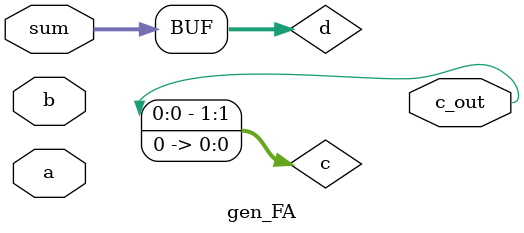
<source format=v>
`timescale 1ns / 1ps


module gen_FA(c_out, sum, a, b);

    parameter               size = 0;		
    
    input [size-1:0]		a, b, sum;
    output	                c_out; //declare outputs c_out and sum, 1 bit each
    
    wire [size-1:0]          c; // wire for c_in/out
    wire [size-1:0]        d; // wire for sum
        
    genvar i;
    generate
    for (i=0; i<size; i=i+1) begin: FA_gen
        FA_str addyWaddy(c[i+1], d[i], a[i], b[i], c[i]);
        end
    endgenerate
    
    assign sum = d;
    assign c_out = c[size-1];
    assign c[0] = 0;

endmodule

</source>
